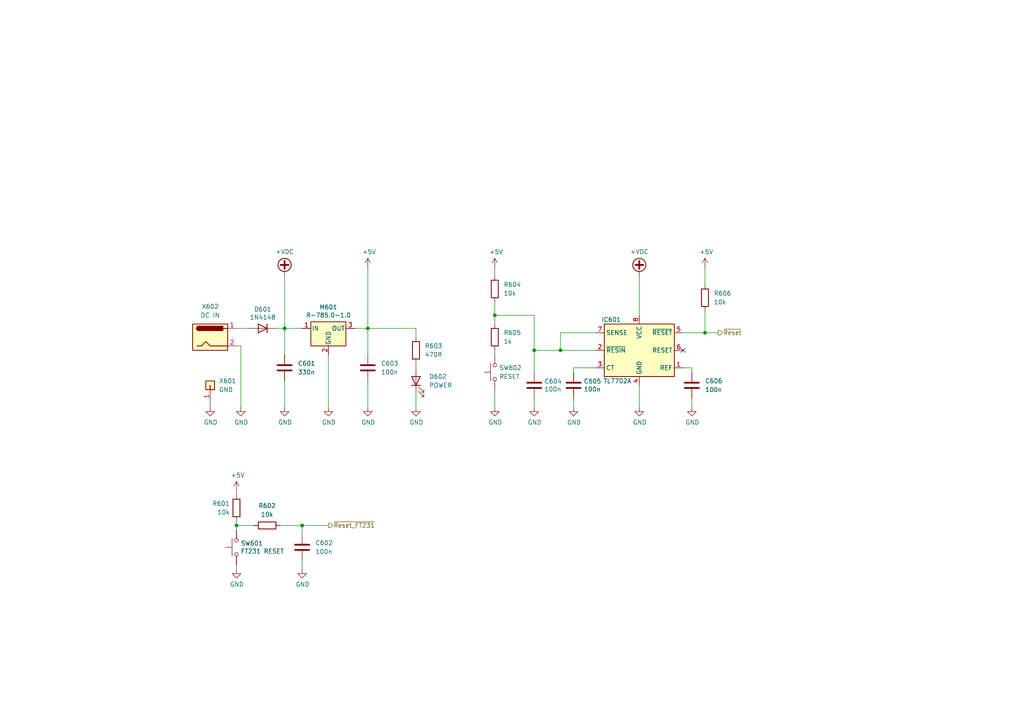
<source format=kicad_sch>
(kicad_sch (version 20231120) (generator "eeschema") (generator_version "8.0")
  (paper "A4")
  (title_block (title "Power Supply & Reset") (date "2024-10-12") (rev "1.1") (company "https://www.kampis-elektroecke.de") (comment 4 "Author: Ing. Daniel Kampert"))
  (lib_symbols
    (symbol "Connector_Generic:Conn_01x01" (pin_names (offset 1.016) hide)
      (property "Reference" "J" (at 0 2.54 0))
      (property "Value" "Conn_01x01" (at 0 -2.54 0))
      (symbol "Conn_01x01_1_1"
        (rectangle (start -1.27 0.127) (end 0 -0.127) (stroke (width 0.1524)))
        (rectangle (start -1.27 1.27) (end 1.27 -1.27) (stroke (width 0.254)) (fill (type background)))
        (pin passive line (at -5.08 0 0) (length 3.81) (name "Pin_1") (number "1"))
      )
    )
    (symbol "Device:C" (pin_numbers hide) (pin_names (offset 0.254))
      (property "Reference" "C" (at 0.635 2.54 0))
      (property "Value" "C" (at 0.635 -2.54 0))
      (symbol "C_0_1"
        (polyline (pts (xy -2.032 -0.762) (xy 2.032 -0.762)) (stroke (width 0.508)))
        (polyline (pts (xy -2.032 0.762) (xy 2.032 0.762)) (stroke (width 0.508)))
      )
      (symbol "C_1_1"
        (pin passive line (at 0 3.81 270) (length 2.794) (name "~") (number "1"))
        (pin passive line (at 0 -3.81 90) (length 2.794) (name "~") (number "2"))
      )
    )
    (symbol "Device:LED" (pin_numbers hide) (pin_names (offset 1.016) hide)
      (property "Reference" "D" (at 0 2.54 0))
      (property "Value" "LED" (at 0 -2.54 0))
      (symbol "LED_0_1"
        (polyline (pts (xy -1.27 -1.27) (xy -1.27 1.27)) (stroke (width 0.254)))
        (polyline (pts (xy -1.27 0) (xy 1.27 0)))
        (polyline (pts (xy 1.27 -1.27) (xy 1.27 1.27) (xy -1.27 0) (xy 1.27 -1.27)) (stroke (width 0.254)))
        (polyline (pts (xy -3.048 -0.762) (xy -4.572 -2.286) (xy -3.81 -2.286) (xy -4.572 -2.286) (xy -4.572 -1.524)))
        (polyline (pts (xy -1.778 -0.762) (xy -3.302 -2.286) (xy -2.54 -2.286) (xy -3.302 -2.286) (xy -3.302 -1.524)))
      )
      (symbol "LED_1_1"
        (pin passive line (at -3.81 0 0) (length 2.54) (name "K") (number "1"))
        (pin passive line (at 3.81 0 180) (length 2.54) (name "A") (number "2"))
      )
    )
    (symbol "Device:R" (pin_numbers hide) (pin_names (offset 0))
      (property "Reference" "R" (at 2.032 0 90))
      (property "Value" "R" (at 0 0 90))
      (symbol "R_0_1"
        (rectangle (start -1.016 -2.54) (end 1.016 2.54) (stroke (width 0.254)))
      )
      (symbol "R_1_1"
        (pin passive line (at 0 3.81 270) (length 1.27) (name "~") (number "1"))
        (pin passive line (at 0 -3.81 90) (length 1.27) (name "~") (number "2"))
      )
    )
    (symbol "Diode:1N4148W" (pin_numbers hide) (pin_names hide)
      (property "Reference" "D" (at 0 2.54 0))
      (property "Value" "1N4148W" (at 0 -2.54 0))
      (symbol "1N4148W_0_1"
        (polyline (pts (xy -1.27 1.27) (xy -1.27 -1.27)) (stroke (width 0.254)))
        (polyline (pts (xy 1.27 0) (xy -1.27 0)))
        (polyline (pts (xy 1.27 1.27) (xy 1.27 -1.27) (xy -1.27 0) (xy 1.27 1.27)) (stroke (width 0.254)))
      )
      (symbol "1N4148W_1_1"
        (pin passive line (at -3.81 0 0) (length 2.54) (name "K") (number "1"))
        (pin passive line (at 3.81 0 180) (length 2.54) (name "A") (number "2"))
      )
    )
    (symbol "Power_Supervisor:TL7702B"
      (property "Reference" "U" (at -8.89 8.89 0))
      (property "Value" "TL7702B" (at 10.16 8.89 0))
      (symbol "TL7702B_0_1"
        (rectangle (start -10.16 7.62) (end 10.16 -7.62) (stroke (width 0.254)) (fill (type background)))
      )
      (symbol "TL7702B_1_1"
        (pin output line (at 12.7 -5.08 180) (length 2.54) (name "REF") (number "1"))
        (pin input line (at -12.7 0 0) (length 2.54) (name "~{RESIN}") (number "2"))
        (pin passive line (at -12.7 -5.08 0) (length 2.54) (name "CT") (number "3"))
        (pin power_in line (at 0 -10.16 90) (length 2.54) (name "GND") (number "4"))
        (pin open_collector line (at 12.7 5.08 180) (length 2.54) (name "~{RESET}") (number "5"))
        (pin open_collector line (at 12.7 0 180) (length 2.54) (name "RESET") (number "6"))
        (pin input line (at -12.7 5.08 0) (length 2.54) (name "SENSE") (number "7"))
        (pin power_in line (at 0 10.16 270) (length 2.54) (name "VCC") (number "8"))
      )
    )
    (symbol "Regulator_Switching:R-785.0-1.0" (pin_names (offset 0.254))
      (property "Reference" "U" (at -3.81 3.175 0))
      (property "Value" "R-785.0-1.0" (at 0 3.175 0))
      (symbol "R-785.0-1.0_0_1"
        (rectangle (start -5.08 1.905) (end 5.08 -5.08) (stroke (width 0.254)) (fill (type background)))
      )
      (symbol "R-785.0-1.0_1_1"
        (pin power_in line (at -7.62 0 0) (length 2.54) (name "IN") (number "1"))
        (pin power_in line (at 0 -7.62 90) (length 2.54) (name "GND") (number "2"))
        (pin power_out line (at 7.62 0 180) (length 2.54) (name "OUT") (number "3"))
      )
    )
    (symbol "Switch:SW_Push" (pin_numbers hide) (pin_names (offset 1.016) hide)
      (property "Reference" "SW" (at 1.27 2.54 0))
      (property "Value" "SW_Push" (at 0 -1.524 0))
      (symbol "SW_Push_0_1"
        (circle (center -2.032 0) (radius 0.508))
        (polyline (pts (xy 0 1.27) (xy 0 3.048)))
        (polyline (pts (xy 2.54 1.27) (xy -2.54 1.27)))
        (circle (center 2.032 0) (radius 0.508))
        (pin passive line (at -5.08 0 0) (length 2.54) (name "1") (number "1"))
        (pin passive line (at 5.08 0 180) (length 2.54) (name "2") (number "2"))
      )
    )
    (symbol "Wuerth:ConBarrel" (pin_names (offset 1.016))
      (property "Reference" "X" (at -3.81 5.08 0))
      (symbol "ConBarrel_0_1"
        (rectangle (start -5.08 3.81) (end 5.08 -3.81) (stroke (width 0.254)) (fill (type background)))
        (arc (start -3.302 3.175) (mid -3.937 2.54) (end -3.302 1.905) (stroke (width 0.254)))
        (arc (start -3.302 3.175) (mid -3.937 2.54) (end -3.302 1.905) (stroke (width 0.254)) (fill (type outline)))
        (polyline (pts (xy 5.08 2.54) (xy 3.81 2.54)) (stroke (width 0.254)))
        (polyline (pts (xy -3.81 -2.54) (xy -2.54 -2.54) (xy -1.27 -1.27) (xy 0 -2.54) (xy 2.54 -2.54) (xy 5.08 -2.54)) (stroke (width 0.254)))
        (rectangle (start 3.683 3.175) (end -3.302 1.905) (stroke (width 0.254)) (fill (type outline)))
      )
      (symbol "ConBarrel_1_1"
        (pin passive line (at 7.62 2.54 180) (length 2.54) (name "~") (number "1"))
        (pin passive line (at 7.62 -2.54 180) (length 2.54) (name "~") (number "2"))
      )
    )
    (symbol "power:+5V" (power) (pin_numbers hide) (pin_names (offset 0) hide)
      (property "Value" "+5V" (at 0 3.556 0))
      (symbol "+5V_0_1"
        (polyline (pts (xy -0.762 1.27) (xy 0 2.54)))
        (polyline (pts (xy 0 0) (xy 0 2.54)))
        (polyline (pts (xy 0 2.54) (xy 0.762 1.27)))
      )
      (symbol "+5V_1_1"
        (pin power_in line (at 0 0 90) (length 0) (name "~") (number "1"))
      )
    )
    (symbol "power:+VDC" (power) (pin_numbers hide) (pin_names (offset 0) hide)
      (property "Value" "+VDC" (at 0 6.35 0))
      (symbol "+VDC_0_1"
        (polyline (pts (xy -1.143 3.175) (xy 1.143 3.175)) (stroke (width 0.508)))
        (polyline (pts (xy 0 0) (xy 0 1.27)))
        (polyline (pts (xy 0 2.032) (xy 0 4.318)) (stroke (width 0.508)))
        (circle (center 0 3.175) (radius 1.905) (stroke (width 0.254)))
      )
      (symbol "+VDC_1_1"
        (pin power_in line (at 0 0 90) (length 0) (name "~") (number "1"))
      )
    )
    (symbol "power:GND" (power) (pin_numbers hide) (pin_names (offset 0) hide)
      (property "Value" "GND" (at 0 -3.81 0))
      (symbol "GND_0_1"
        (polyline (pts (xy 0 0) (xy 0 -1.27) (xy 1.27 -1.27) (xy 0 -2.54) (xy -1.27 -1.27) (xy 0 -1.27)))
      )
      (symbol "GND_1_1"
        (pin power_in line (at 0 0 270) (length 0) (name "~") (number "1"))
      )
    )
  )
  (junction (at 106.68 95.25))
  (junction (at 68.58 152.4))
  (junction (at 154.94 101.6))
  (junction (at 87.63 152.4))
  (junction (at 162.56 101.6))
  (junction (at 82.55 95.25))
  (junction (at 143.51 91.44))
  (junction (at 204.47 96.52))
  (no_connect (at 198.12 101.6))
  (wire (pts (xy 106.68 95.25) (xy 106.68 102.87)))
  (wire (pts (xy 87.63 95.25) (xy 82.55 95.25)))
  (wire (pts (xy 185.42 111.76) (xy 185.42 118.11)))
  (wire (pts (xy 68.58 142.24) (xy 68.58 143.51)))
  (wire (pts (xy 106.68 110.49) (xy 106.68 118.11)))
  (wire (pts (xy 143.51 91.44) (xy 143.51 93.98)))
  (wire (pts (xy 106.68 95.25) (xy 120.65 95.25)))
  (wire (pts (xy 68.58 163.83) (xy 68.58 165.1)))
  (wire (pts (xy 154.94 115.57) (xy 154.94 118.11)))
  (wire (pts (xy 68.58 100.33) (xy 69.85 100.33)))
  (wire (pts (xy 204.47 90.17) (xy 204.47 96.52)))
  (wire (pts (xy 200.66 118.11) (xy 200.66 115.57)))
  (wire (pts (xy 166.37 106.68) (xy 166.37 107.95)))
  (wire (pts (xy 143.51 77.47) (xy 143.51 80.01)))
  (wire (pts (xy 60.96 116.84) (xy 60.96 118.11)))
  (wire (pts (xy 102.87 95.25) (xy 106.68 95.25)))
  (wire (pts (xy 154.94 101.6) (xy 162.56 101.6)))
  (wire (pts (xy 82.55 95.25) (xy 82.55 102.87)))
  (wire (pts (xy 106.68 77.47) (xy 106.68 95.25)))
  (wire (pts (xy 162.56 96.52) (xy 162.56 101.6)))
  (wire (pts (xy 200.66 106.68) (xy 198.12 106.68)))
  (wire (pts (xy 185.42 80.01) (xy 185.42 91.44)))
  (wire (pts (xy 68.58 152.4) (xy 73.66 152.4)))
  (wire (pts (xy 204.47 77.47) (xy 204.47 82.55)))
  (wire (pts (xy 120.65 105.41) (xy 120.65 106.68)))
  (wire (pts (xy 154.94 91.44) (xy 154.94 101.6)))
  (wire (pts (xy 143.51 113.03) (xy 143.51 118.11)))
  (wire (pts (xy 120.65 118.11) (xy 120.65 114.3)))
  (wire (pts (xy 95.25 102.87) (xy 95.25 118.11)))
  (wire (pts (xy 143.51 91.44) (xy 154.94 91.44)))
  (wire (pts (xy 162.56 101.6) (xy 172.72 101.6)))
  (wire (pts (xy 68.58 95.25) (xy 72.39 95.25)))
  (wire (pts (xy 143.51 87.63) (xy 143.51 91.44)))
  (wire (pts (xy 172.72 96.52) (xy 162.56 96.52)))
  (wire (pts (xy 172.72 106.68) (xy 166.37 106.68)))
  (wire (pts (xy 68.58 151.13) (xy 68.58 152.4)))
  (wire (pts (xy 198.12 96.52) (xy 204.47 96.52)))
  (wire (pts (xy 87.63 152.4) (xy 87.63 154.94)))
  (wire (pts (xy 120.65 95.25) (xy 120.65 97.79)))
  (wire (pts (xy 80.01 95.25) (xy 82.55 95.25)))
  (wire (pts (xy 87.63 162.56) (xy 87.63 165.1)))
  (wire (pts (xy 82.55 110.49) (xy 82.55 118.11)))
  (wire (pts (xy 143.51 101.6) (xy 143.51 102.87)))
  (wire (pts (xy 204.47 96.52) (xy 208.28 96.52)))
  (wire (pts (xy 81.28 152.4) (xy 87.63 152.4)))
  (wire (pts (xy 68.58 152.4) (xy 68.58 153.67)))
  (wire (pts (xy 69.85 100.33) (xy 69.85 118.11)))
  (wire (pts (xy 166.37 115.57) (xy 166.37 118.11)))
  (wire (pts (xy 82.55 80.01) (xy 82.55 95.25)))
  (wire (pts (xy 200.66 107.95) (xy 200.66 106.68)))
  (wire (pts (xy 87.63 152.4) (xy 95.25 152.4)))
  (wire (pts (xy 154.94 101.6) (xy 154.94 107.95)))
  (hierarchical_label "~{Reset_FT231}" (shape output) (at 95.25 152.4 0))
  (hierarchical_label "~{Reset}" (shape output) (at 208.28 96.52 0))
  (symbol (lib_id "Device:LED") (at 120.65 110.49 90) (unit 1)
    (property "Reference" "D602" (at 124.46 109.22 90) (effects (justify right)))
    (property "Value" "POWER" (at 124.46 111.76 90) (effects (justify right)))
    (property "Footprint" "LED_THT:LED_D5.0mm" (effects (hide yes)))
    (property "Description" "Light emitting diode" (effects (hide yes)))
    (property "Mfr." "Cree Inc." (effects (hide yes)))
    (property "Mfr. No." "C503B-RAN-CZ0C0AA1" (effects (hide yes)))
    (property "Mouser" "941-C503BRANCZ0C0AA1" (effects (hide yes)))
    (property "Distributor" "Mouser" (effects (hide yes)))
    (property "Order Number" "941-C503BRANCZ0C0AA1" (effects (hide yes)))
  )
  (symbol (lib_id "Device:R") (at 120.65 101.6 0) (unit 1)
    (property "Reference" "R603" (at 123.19 100.3299 0) (effects (justify left)))
    (property "Value" "470R" (at 123.19 102.8699 0) (effects (justify left)))
    (property "Footprint" "Resistor_THT:R_Axial_DIN0207_L6.3mm_D2.5mm_P7.62mm_Horizontal" (effects (hide yes)))
    (property "Description" "Resistor" (effects (hide yes)))
    (property "Mfr." "Yageo" (effects (hide yes)))
    (property "Mfr. No." "MFP-25BRD52-470R" (effects (hide yes)))
    (property "Mouser" "603-MFP-25BRD52-470R" (effects (hide yes)))
    (property "Distributor" "Mouser" (effects (hide yes)))
    (property "Order Number" "603-MFP-25BRD52-470R" (effects (hide yes)))
  )
  (symbol (lib_id "power:GND") (at 120.65 118.11 0) (unit 1)
    (property "Reference" "#PWR0611" (effects (hide yes)))
    (property "Value" "GND" (at 120.777 122.5042 0))
    (property "Description" "Power symbol creates a global label with name \"GND\" , ground" (effects (hide yes)))
  )
  (symbol (lib_id "Wuerth:ConBarrel") (at 60.96 97.79 0) (unit 1)
    (property "Reference" "X602" (at 60.96 88.9 0))
    (property "Value" "DC IN" (at 60.96 91.44 0))
    (property "Footprint" "Connector_BarrelJack:BarrelJack_Wuerth_6941xx301002" (effects (hide yes)))
    (property "Datasheet" "https://katalog.we-online.de/em/datasheet/6941xx301002.pdf" (effects (hide yes)))
    (property "Description" "Würth DC Barrel Jack" (effects (hide yes)))
    (property "Mfr." "Wurth Elektronik" (effects (hide yes)))
    (property "Mfr. No." "694106301002" (effects (hide yes)))
    (property "Mouser" "710-694106301002" (effects (hide yes)))
    (property "Distributor" "Mouser" (effects (hide yes)))
    (property "Order Number" "710-694106301002" (effects (hide yes)))
  )
  (symbol (lib_id "Device:R") (at 204.47 86.36 0) (unit 1)
    (property "Reference" "R606" (at 207.01 85.0899 0) (effects (justify left)))
    (property "Value" "10k" (at 207.01 87.6299 0) (effects (justify left)))
    (property "Footprint" "Resistor_THT:R_Axial_DIN0207_L6.3mm_D2.5mm_P7.62mm_Horizontal" (effects (hide yes)))
    (property "Description" "Resistor" (effects (hide yes)))
    (property "Mfr." "Yageo" (effects (hide yes)))
    (property "Mfr. No." "MFP-25BRD52-10K" (effects (hide yes)))
    (property "Mouser" "603-MFP-25BRD52-10K" (effects (hide yes)))
    (property "Distributor" "Mouser" (effects (hide yes)))
    (property "Order Number" "603-MFP-25BRD52-10K" (effects (hide yes)))
  )
  (symbol (lib_id "power:+5V") (at 204.47 77.47 0) (unit 1)
    (property "Reference" "#PWR0619" (effects (hide yes)))
    (property "Value" "+5V" (at 204.851 73.0758 0))
    (property "Description" "Power symbol creates a global label with name \"+5V\"" (effects (hide yes)))
  )
  (symbol (lib_id "Connector_Generic:Conn_01x01") (at 60.96 111.76 90) (unit 1)
    (property "Reference" "X601" (at 63.5 110.4899 90) (effects (justify right)))
    (property "Value" "GND" (at 63.5 113.0299 90) (effects (justify right)))
    (property "Footprint" "Connector_PinHeader_2.54mm:PinHeader_1x01_P2.54mm_Vertical" (effects (hide yes)))
    (property "Description" "Generic connector, single row, 01x01, script generated (kicad-library-utils/schlib/autogen/connector/)" (effects (hide yes)))
    (property "Mfr." "TE Connectivity / AMP" (effects (hide yes)))
    (property "Mfr. No." "4-103327-3" (effects (hide yes)))
    (property "Mouser" "571-4-103327-3" (effects (hide yes)))
    (property "Distributor" "Mouser" (effects (hide yes)))
    (property "Order Number" "571-4-103327-3" (effects (hide yes)))
  )
  (symbol (lib_id "power:GND") (at 60.96 118.11 0) (unit 1)
    (property "Reference" "#PWR0601" (effects (hide yes)))
    (property "Value" "GND" (at 61.087 122.5042 0))
    (property "Description" "Power symbol creates a global label with name \"GND\" , ground" (effects (hide yes)))
  )
  (symbol (lib_id "Device:R") (at 68.58 147.32 0) (mirror y) (unit 1)
    (property "Reference" "R601" (at 66.675 146.0499 0) (effects (justify left)))
    (property "Value" "10k" (at 66.675 148.5899 0) (effects (justify left)))
    (property "Footprint" "Resistor_THT:R_Axial_DIN0207_L6.3mm_D2.5mm_P7.62mm_Horizontal" (effects (hide yes)))
    (property "Description" "Resistor" (effects (hide yes)))
    (property "Mfr." "Yageo" (effects (hide yes)))
    (property "Mfr. No." "MFP-25BRD52-10K" (effects (hide yes)))
    (property "Mouser" "603-MFP-25BRD52-10K" (effects (hide yes)))
    (property "Distributor" "Mouser" (effects (hide yes)))
    (property "Order Number" "603-MFP-25BRD52-10K" (effects (hide yes)))
  )
  (symbol (lib_id "power:+5V") (at 68.58 142.24 0) (unit 1)
    (property "Reference" "#PWR0602" (effects (hide yes)))
    (property "Value" "+5V" (at 68.961 137.8458 0))
    (property "Description" "Power symbol creates a global label with name \"+5V\"" (effects (hide yes)))
  )
  (symbol (lib_id "power:GND") (at 68.58 165.1 0) (unit 1)
    (property "Reference" "#PWR0603" (effects (hide yes)))
    (property "Value" "GND" (at 68.707 169.4942 0))
    (property "Description" "Power symbol creates a global label with name \"GND\" , ground" (effects (hide yes)))
  )
  (symbol (lib_id "Device:C") (at 87.63 158.75 0) (unit 1)
    (property "Reference" "C602" (at 91.44 157.4799 0) (effects (justify left)))
    (property "Value" "100n" (at 91.44 160.0199 0) (effects (justify left)))
    (property "Footprint" "Capacitor_THT:C_Rect_L4.0mm_W2.5mm_P2.50mm" (effects (hide yes)))
    (property "Description" "Unpolarized capacitor" (effects (hide yes)))
    (property "Mfr." "TDK" (effects (hide yes)))
    (property "Mfr. No." "FA18X8R1H104KRU06" (effects (hide yes)))
    (property "Mouser" "810-FA18X8R1H104KRU6" (effects (hide yes)))
    (property "Distributor" "Mouser" (effects (hide yes)))
    (property "Order Number" "810-FA18X8R1H104KRU6" (effects (hide yes)))
  )
  (symbol (lib_id "power:GND") (at 87.63 165.1 0) (unit 1)
    (property "Reference" "#PWR0607" (effects (hide yes)))
    (property "Value" "GND" (at 87.757 169.4942 0))
    (property "Description" "Power symbol creates a global label with name \"GND\" , ground" (effects (hide yes)))
  )
  (symbol (lib_id "Switch:SW_Push") (at 68.58 158.75 90) (unit 1)
    (property "Reference" "SW601" (at 69.7992 157.5816 90) (effects (justify right)))
    (property "Value" "FT231 RESET" (at 69.7992 159.893 90) (effects (justify right)))
    (property "Footprint" "Button_Switch_THT:SW_PUSH_6mm_H4.3mm" (effects (hide yes)))
    (property "Description" "Push button switch, generic, two pins" (effects (hide yes)))
    (property "Mfr." "TE Connectivity / Alcoswitch" (effects (hide yes)))
    (property "Mfr. No." "2-1825910-7" (effects (hide yes)))
    (property "Mouser" "506-2-1825910-7" (effects (hide yes)))
    (property "Distributor" "Mouser" (effects (hide yes)))
    (property "Order Number" "506-2-1825910-7" (effects (hide yes)))
  )
  (symbol (lib_id "Device:R") (at 143.51 97.79 0) (unit 1)
    (property "Reference" "R605" (at 146.05 96.5199 0) (effects (justify left)))
    (property "Value" "1k" (at 146.05 99.0599 0) (effects (justify left)))
    (property "Footprint" "Resistor_THT:R_Axial_DIN0207_L6.3mm_D2.5mm_P7.62mm_Horizontal" (effects (hide yes)))
    (property "Description" "Resistor" (effects (hide yes)))
    (property "Mfr." "Yageo" (effects (hide yes)))
    (property "Mfr. No." "MFP-25BRD52-1K" (effects (hide yes)))
    (property "Mouser" "603-MFP-25BRD52-1K" (effects (hide yes)))
    (property "Distributor" "Mouser" (effects (hide yes)))
    (property "Order Number" "603-MFP-25BRD52-1K" (effects (hide yes)))
  )
  (symbol (lib_id "Device:R") (at 77.47 152.4 270) (unit 1)
    (property "Reference" "R602" (at 77.47 146.685 90))
    (property "Value" "10k" (at 77.47 149.225 90))
    (property "Footprint" "Resistor_THT:R_Axial_DIN0207_L6.3mm_D2.5mm_P7.62mm_Horizontal" (effects (hide yes)))
    (property "Description" "Resistor" (effects (hide yes)))
    (property "Mfr." "Yageo" (effects (hide yes)))
    (property "Mfr. No." "MFP-25BRD52-10K" (effects (hide yes)))
    (property "Mouser" "603-MFP-25BRD52-10K" (effects (hide yes)))
    (property "Distributor" "Mouser" (effects (hide yes)))
    (property "Order Number" "603-MFP-25BRD52-10K" (effects (hide yes)))
  )
  (symbol (lib_id "Device:R") (at 143.51 83.82 0) (unit 1)
    (property "Reference" "R604" (at 146.05 82.5499 0) (effects (justify left)))
    (property "Value" "10k" (at 146.05 85.0899 0) (effects (justify left)))
    (property "Footprint" "Resistor_THT:R_Axial_DIN0207_L6.3mm_D2.5mm_P7.62mm_Horizontal" (effects (hide yes)))
    (property "Description" "Resistor" (effects (hide yes)))
    (property "Mfr." "Yageo" (effects (hide yes)))
    (property "Mfr. No." "MFP-25BRD52-10K" (effects (hide yes)))
    (property "Mouser" "603-MFP-25BRD52-10K" (effects (hide yes)))
    (property "Distributor" "Mouser" (effects (hide yes)))
    (property "Order Number" "603-MFP-25BRD52-10K" (effects (hide yes)))
  )
  (symbol (lib_id "Switch:SW_Push") (at 143.51 107.95 90) (unit 1)
    (property "Reference" "SW602" (at 144.78 106.6799 90) (effects (justify right)))
    (property "Value" "RESET" (at 144.78 109.2199 90) (effects (justify right)))
    (property "Footprint" "Button_Switch_THT:SW_PUSH_6mm_H4.3mm" (effects (hide yes)))
    (property "Description" "Push button switch, generic, two pins" (effects (hide yes)))
    (property "Mfr." "TE Connectivity / Alcoswitch" (effects (hide yes)))
    (property "Mfr. No." "2-1825910-7" (effects (hide yes)))
    (property "Mouser" "506-2-1825910-7" (effects (hide yes)))
    (property "Distributor" "Mouser" (effects (hide yes)))
    (property "Order Number" "506-2-1825910-7" (effects (hide yes)))
  )
  (symbol (lib_id "power:+5V") (at 143.51 77.47 0) (unit 1)
    (property "Reference" "#PWR0612" (effects (hide yes)))
    (property "Value" "+5V" (at 143.891 73.0758 0))
    (property "Description" "Power symbol creates a global label with name \"+5V\"" (effects (hide yes)))
  )
  (symbol (lib_id "power:GND") (at 143.51 118.11 0) (unit 1)
    (property "Reference" "#PWR0613" (effects (hide yes)))
    (property "Value" "GND" (at 143.637 122.5042 0))
    (property "Description" "Power symbol creates a global label with name \"GND\" , ground" (effects (hide yes)))
  )
  (symbol (lib_id "Device:C") (at 154.94 111.76 0) (unit 1)
    (property "Reference" "C604" (at 157.861 110.5916 0) (effects (justify left)))
    (property "Value" "100n" (at 157.861 112.903 0) (effects (justify left)))
    (property "Footprint" "Capacitor_THT:C_Rect_L4.0mm_W2.5mm_P2.50mm" (effects (hide yes)))
    (property "Description" "Unpolarized capacitor" (effects (hide yes)))
    (property "Mfr." "TDK" (effects (hide yes)))
    (property "Mfr. No." "FA18X8R1H104KRU06" (effects (hide yes)))
    (property "Mouser" "810-FA18X8R1H104KRU6" (effects (hide yes)))
    (property "Distributor" "Mouser" (effects (hide yes)))
    (property "Order Number" "810-FA18X8R1H104KRU6" (effects (hide yes)))
  )
  (symbol (lib_id "power:GND") (at 154.94 118.11 0) (unit 1)
    (property "Reference" "#PWR0614" (effects (hide yes)))
    (property "Value" "GND" (at 155.067 122.5042 0))
    (property "Description" "Power symbol creates a global label with name \"GND\" , ground" (effects (hide yes)))
  )
  (symbol (lib_id "Device:C") (at 82.55 106.68 0) (unit 1)
    (property "Reference" "C601" (at 86.36 105.4099 0) (effects (justify left)))
    (property "Value" "330n" (at 86.36 107.9499 0) (effects (justify left)))
    (property "Footprint" "Capacitor_THT:C_Rect_L4.0mm_W2.5mm_P2.50mm" (effects (hide yes)))
    (property "Description" "Unpolarized capacitor" (effects (hide yes)))
    (property "Mfr." "AVX" (effects (hide yes)))
    (property "Mfr. No." "SR205E334MARTR1" (effects (hide yes)))
    (property "Mouser" "581-SR205E334MARTR1" (effects (hide yes)))
    (property "Distributor" "Mouser" (effects (hide yes)))
    (property "Order Number" "581-SR205E334MARTR1" (effects (hide yes)))
  )
  (symbol (lib_id "Device:C") (at 106.68 106.68 0) (unit 1)
    (property "Reference" "C603" (at 110.49 105.4099 0) (effects (justify left)))
    (property "Value" "100n" (at 110.49 107.9499 0) (effects (justify left)))
    (property "Footprint" "Capacitor_THT:C_Rect_L4.0mm_W2.5mm_P2.50mm" (effects (hide yes)))
    (property "Description" "Unpolarized capacitor" (effects (hide yes)))
    (property "Mfr." "TDK" (effects (hide yes)))
    (property "Mfr. No." "FA18X8R1H104KRU06" (effects (hide yes)))
    (property "Mouser" "810-FA18X8R1H104KRU6" (effects (hide yes)))
    (property "Distributor" "Mouser" (effects (hide yes)))
    (property "Order Number" "810-FA18X8R1H104KRU6" (effects (hide yes)))
  )
  (symbol (lib_id "power:GND") (at 82.55 118.11 0) (unit 1)
    (property "Reference" "#PWR0606" (effects (hide yes)))
    (property "Value" "GND" (at 82.677 122.5042 0))
    (property "Description" "Power symbol creates a global label with name \"GND\" , ground" (effects (hide yes)))
  )
  (symbol (lib_id "power:GND") (at 106.68 118.11 0) (unit 1)
    (property "Reference" "#PWR0610" (effects (hide yes)))
    (property "Value" "GND" (at 106.807 122.5042 0))
    (property "Description" "Power symbol creates a global label with name \"GND\" , ground" (effects (hide yes)))
  )
  (symbol (lib_id "power:+5V") (at 106.68 77.47 0) (unit 1)
    (property "Reference" "#PWR0609" (effects (hide yes)))
    (property "Value" "+5V" (at 107.061 73.0758 0))
    (property "Description" "Power symbol creates a global label with name \"+5V\"" (effects (hide yes)))
  )
  (symbol (lib_id "Diode:1N4148W") (at 76.2 95.25 180) (unit 1)
    (property "Reference" "D601" (at 76.2 89.7382 0))
    (property "Value" "1N4148" (at 76.2 92.0496 0))
    (property "Footprint" "Diode_SMD:D_SOD-123" (effects (hide yes)))
    (property "Datasheet" "https://www.vishay.com/docs/85748/1n4148w.pdf" (effects (hide yes)))
    (property "Description" "75V 0.15A Fast Switching Diode, SOD-123" (effects (hide yes)))
    (property "Mfr." "ON Semiconductor / Fairchild" (effects (hide yes)))
    (property "Mfr. No." "1N4148" (effects (hide yes)))
    (property "Mouser" "512-1N4148" (effects (hide yes)))
    (property "Distributor" "Mouser" (effects (hide yes)))
    (property "Order Number" "512-1N4148" (effects (hide yes)))
  )
  (symbol (lib_id "power:GND") (at 95.25 118.11 0) (unit 1)
    (property "Reference" "#PWR0608" (effects (hide yes)))
    (property "Value" "GND" (at 95.377 122.5042 0))
    (property "Description" "Power symbol creates a global label with name \"GND\" , ground" (effects (hide yes)))
  )
  (symbol (lib_id "power:GND") (at 69.85 118.11 0) (unit 1)
    (property "Reference" "#PWR0604" (effects (hide yes)))
    (property "Value" "GND" (at 69.977 122.5042 0))
    (property "Description" "Power symbol creates a global label with name \"GND\" , ground" (effects (hide yes)))
  )
  (symbol (lib_id "Regulator_Switching:R-785.0-1.0") (at 95.25 95.25 0) (unit 1)
    (property "Reference" "M601" (at 95.25 89.1032 0))
    (property "Value" "R-785.0-1.0" (at 95.25 91.4146 0))
    (property "Footprint" "Converter_DCDC:Converter_DCDC_RECOM_R-78E-0.5_THT" (effects (hide yes)))
    (property "Datasheet" "https://www.recom-power.com/pdf/Innoline/R-78xx-1.0.pdf" (effects (hide yes)))
    (property "Description" "1A Step-Down DC/DC-Regulator, 6.5-18V input, 5V fixed Output Voltage, LM78xx replacement, -40°C to +85°C, SIP3" (effects (hide yes)))
    (property "Mouser" "919-R-785.0-1.0" (effects (hide yes)))
    (property "Mfr. No." "R-785.0-1.0" (effects (hide yes)))
    (property "Mfr." "Recom" (effects (hide yes)))
    (property "Distributor" "Mouser" (effects (hide yes)))
    (property "Order Number" "919-R-785.0-1.0" (effects (hide yes)))
  )
  (symbol (lib_id "power:+VDC") (at 82.55 80.01 0) (unit 1)
    (property "Reference" "#PWR0605" (effects (hide yes)))
    (property "Value" "+VDC" (at 82.55 73.025 0))
    (property "Description" "Power symbol creates a global label with name \"+VDC\"" (effects (hide yes)))
  )
  (symbol (lib_id "power:+VDC") (at 185.42 80.01 0) (unit 1)
    (property "Reference" "#PWR0616" (effects (hide yes)))
    (property "Value" "+VDC" (at 185.42 73.025 0))
    (property "Description" "Power symbol creates a global label with name \"+VDC\"" (effects (hide yes)))
  )
  (symbol (lib_id "power:GND") (at 185.42 118.11 0) (unit 1)
    (property "Reference" "#PWR0617" (effects (hide yes)))
    (property "Value" "GND" (at 185.547 122.5042 0))
    (property "Description" "Power symbol creates a global label with name \"GND\" , ground" (effects (hide yes)))
  )
  (symbol (lib_id "Device:C") (at 166.37 111.76 0) (unit 1)
    (property "Reference" "C605" (at 169.291 110.5916 0) (effects (justify left)))
    (property "Value" "100n" (at 169.291 112.903 0) (effects (justify left)))
    (property "Footprint" "Capacitor_THT:C_Rect_L4.0mm_W2.5mm_P2.50mm" (effects (hide yes)))
    (property "Description" "Unpolarized capacitor" (effects (hide yes)))
    (property "Mfr." "TDK" (effects (hide yes)))
    (property "Mfr. No." "FA18X8R1H104KRU06" (effects (hide yes)))
    (property "Mouser" "810-FA18X8R1H104KRU6" (effects (hide yes)))
    (property "Distributor" "Mouser" (effects (hide yes)))
    (property "Order Number" "810-FA18X8R1H104KRU6" (effects (hide yes)))
  )
  (symbol (lib_id "power:GND") (at 166.37 118.11 0) (unit 1)
    (property "Reference" "#PWR0615" (effects (hide yes)))
    (property "Value" "GND" (at 166.497 122.5042 0))
    (property "Description" "Power symbol creates a global label with name \"GND\" , ground" (effects (hide yes)))
  )
  (symbol (lib_id "Device:C") (at 200.66 111.76 0) (unit 1)
    (property "Reference" "C606" (at 204.47 110.4899 0) (effects (justify left)))
    (property "Value" "100n" (at 204.47 113.0299 0) (effects (justify left)))
    (property "Footprint" "Capacitor_THT:C_Rect_L4.0mm_W2.5mm_P2.50mm" (effects (hide yes)))
    (property "Description" "Unpolarized capacitor" (effects (hide yes)))
    (property "Mfr." "TDK" (effects (hide yes)))
    (property "Mfr. No." "FA18X8R1H104KRU06" (effects (hide yes)))
    (property "Mouser" "810-FA18X8R1H104KRU6" (effects (hide yes)))
    (property "Distributor" "Mouser" (effects (hide yes)))
    (property "Order Number" "810-FA18X8R1H104KRU6" (effects (hide yes)))
  )
  (symbol (lib_id "power:GND") (at 200.66 118.11 0) (unit 1)
    (property "Reference" "#PWR0618" (effects (hide yes)))
    (property "Value" "GND" (at 200.787 122.5042 0))
    (property "Description" "Power symbol creates a global label with name \"GND\" , ground" (effects (hide yes)))
  )
  (symbol (lib_id "Power_Supervisor:TL7702B") (at 185.42 101.6 0) (unit 1)
    (property "Reference" "IC601" (at 177.292 92.71 0))
    (property "Value" "TL7702A" (at 179.07 110.49 0))
    (property "Footprint" "Package_DIP:DIP-8_W7.62mm_LongPads" (effects (hide yes)))
    (property "Datasheet" "http://www.ti.com.cn/cn/lit/ds/symlink/tl7705b.pdf" (effects (hide yes)))
    (property "Description" "Supply-Voltage Supervisors, 2.53V, PDIP-8/SOIC-8" (effects (hide yes)))
    (property "Mfr." "Texas Instruments" (effects (hide yes)))
    (property "Mfr. No." "TL7702ACP" (effects (hide yes)))
    (property "Mouser" "595-TL7702ACP" (effects (hide yes)))
    (property "Distributor" "Mouser" (effects (hide yes)))
    (property "Order Number" "595-TL7702ACP" (effects (hide yes)))
  )
)
</source>
